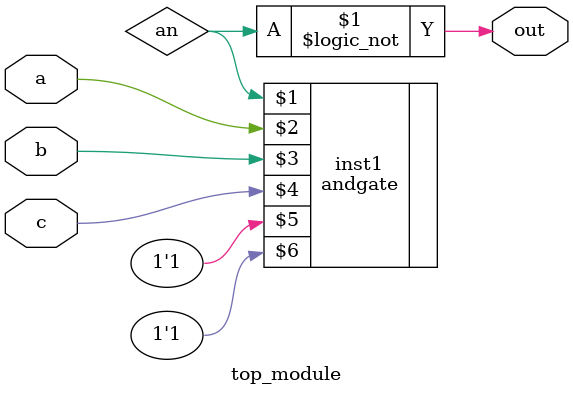
<source format=sv>
module top_module (input a, input b, input c, output out);//

  wire an;
  andgate inst1(an, a, b, c, 1'b1, 1'b1);

  assign out = !an;

endmodule
</source>
